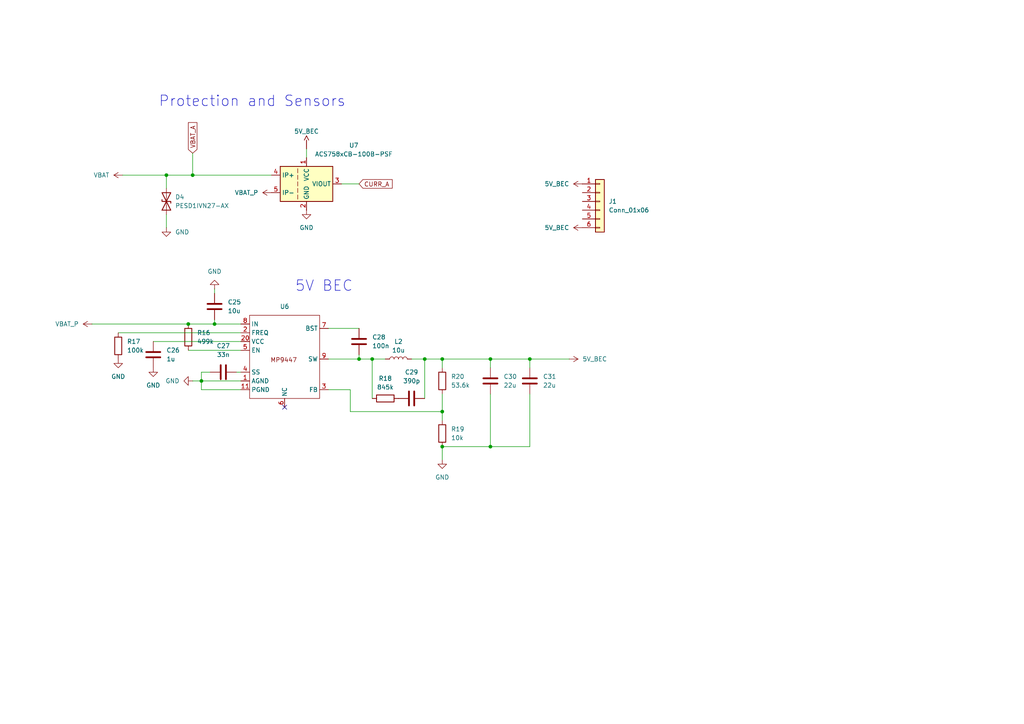
<source format=kicad_sch>
(kicad_sch (version 20250114) (generator "eeschema") (generator_version "9.0")
  (paper "A4")
  (lib_symbols
    (symbol "5V_BEC_1" (power) (pin_numbers (hide yes)) (in_bom no) (on_board no)
      (property "Value" "5V_BEC" (at 0 0 0))
      (symbol "5V_BEC_1_1_1"
        (pin power_in clock (at 0 0 90) (length 2.54) (name "~") (number "1"))
      )
    )
    (symbol "Connector_Generic:Conn_01x06" (pin_names (offset 1.016) (hide yes))
      (property "Reference" "J" (at 0 7.62 0))
      (property "Value" "Conn_01x06" (at 0 -10.16 0))
      (symbol "Conn_01x06_1_1"
        (rectangle (start -1.27 6.35) (end 1.27 -8.89) (stroke (width 0.254)) (fill (type background)))
        (rectangle (start -1.27 5.207) (end 0 4.953) (stroke (width 0.1524)))
        (rectangle (start -1.27 2.667) (end 0 2.413) (stroke (width 0.1524)))
        (rectangle (start -1.27 0.127) (end 0 -0.127) (stroke (width 0.1524)))
        (rectangle (start -1.27 -2.413) (end 0 -2.667) (stroke (width 0.1524)))
        (rectangle (start -1.27 -4.953) (end 0 -5.207) (stroke (width 0.1524)))
        (rectangle (start -1.27 -7.493) (end 0 -7.747) (stroke (width 0.1524)))
        (pin passive line (at -5.08 5.08 0) (length 3.81) (name "Pin_1") (number "1"))
        (pin passive line (at -5.08 2.54 0) (length 3.81) (name "Pin_2") (number "2"))
        (pin passive line (at -5.08 0 0) (length 3.81) (name "Pin_3") (number "3"))
        (pin passive line (at -5.08 -2.54 0) (length 3.81) (name "Pin_4") (number "4"))
        (pin passive line (at -5.08 -5.08 0) (length 3.81) (name "Pin_5") (number "5"))
        (pin passive line (at -5.08 -7.62 0) (length 3.81) (name "Pin_6") (number "6"))
      )
    )
    (symbol "Device:C" (pin_numbers (hide yes)) (pin_names (offset 0.254))
      (property "Reference" "C" (at 0.635 2.54 0))
      (property "Value" "C" (at 0.635 -2.54 0))
      (symbol "C_0_1"
        (polyline (pts (xy -2.032 0.762) (xy 2.032 0.762)) (stroke (width 0.508)))
        (polyline (pts (xy -2.032 -0.762) (xy 2.032 -0.762)) (stroke (width 0.508)))
      )
      (symbol "C_1_1"
        (pin passive line (at 0 3.81 270) (length 2.794) (name "~") (number "1"))
        (pin passive line (at 0 -3.81 90) (length 2.794) (name "~") (number "2"))
      )
    )
    (symbol "Device:D_TVS" (pin_numbers (hide yes)) (pin_names (offset 1.016) (hide yes))
      (property "Reference" "D" (at 0 2.54 0))
      (property "Value" "D_TVS" (at 0 -2.54 0))
      (symbol "D_TVS_0_1"
        (polyline (pts (xy -2.54 1.27) (xy -2.54 -1.27) (xy 2.54 1.27) (xy 2.54 -1.27) (xy -2.54 1.27)) (stroke (width 0.254)))
        (polyline (pts (xy 0.508 1.27) (xy 0 1.27) (xy 0 -1.27) (xy -0.508 -1.27)) (stroke (width 0.254)))
        (polyline (pts (xy 1.27 0) (xy -1.27 0)))
      )
      (symbol "D_TVS_1_1"
        (pin passive line (at -3.81 0 0) (length 2.54) (name "A1") (number "1"))
        (pin passive line (at 3.81 0 180) (length 2.54) (name "A2") (number "2"))
      )
    )
    (symbol "Device:L" (pin_numbers (hide yes)) (pin_names (offset 1.016) (hide yes))
      (property "Reference" "L" (at -1.27 0 90))
      (property "Value" "L" (at 1.905 0 90))
      (symbol "L_0_1"
        (arc (start 0 2.54) (mid 0.6323 1.905) (end 0 1.27))
        (arc (start 0 1.27) (mid 0.6323 0.635) (end 0 0))
        (arc (start 0 0) (mid 0.6323 -0.635) (end 0 -1.27))
        (arc (start 0 -1.27) (mid 0.6323 -1.905) (end 0 -2.54))
      )
      (symbol "L_1_1"
        (pin passive line (at 0 3.81 270) (length 1.27) (name "1") (number "1"))
        (pin passive line (at 0 -3.81 90) (length 1.27) (name "2") (number "2"))
      )
    )
    (symbol "Device:R" (pin_numbers (hide yes)) (pin_names (offset 0))
      (property "Reference" "R" (at 2.032 0 90))
      (property "Value" "R" (at 0 0 90))
      (symbol "R_0_1"
        (rectangle (start -1.016 -2.54) (end 1.016 2.54) (stroke (width 0.254)))
      )
      (symbol "R_1_1"
        (pin passive line (at 0 3.81 270) (length 1.27) (name "~") (number "1"))
        (pin passive line (at 0 -3.81 90) (length 1.27) (name "~") (number "2"))
      )
    )
    (symbol "Sensor_Current:ACS758xCB-100B-PSF"
      (property "Reference" "U" (at -7.62 6.35 0))
      (property "Value" "ACS758xCB-100B-PSF" (at 2.54 6.35 0))
      (symbol "ACS758xCB-100B-PSF_0_1"
        (rectangle (start -7.62 5.08) (end 7.62 -5.08) (stroke (width 0.254)) (fill (type background)))
        (polyline (pts (xy -2.54 3.175) (xy -2.54 4.445)))
        (polyline (pts (xy -2.54 1.27) (xy -2.54 2.54)))
        (polyline (pts (xy -2.54 0.635) (xy -2.54 -0.635)))
        (polyline (pts (xy -2.54 -1.27) (xy -2.54 -2.54)))
        (polyline (pts (xy -2.54 -3.175) (xy -2.54 -4.445)))
      )
      (symbol "ACS758xCB-100B-PSF_1_1"
        (pin passive line (at -10.16 2.54 0) (length 2.54) (name "IP+") (number "4"))
        (pin passive line (at -10.16 -2.54 0) (length 2.54) (name "IP-") (number "5"))
        (pin power_in line (at 0 7.62 270) (length 2.54) (name "VCC") (number "1"))
        (pin power_in line (at 0 -7.62 90) (length 2.54) (name "GND") (number "2"))
        (pin output line (at 10.16 0 180) (length 2.54) (name "VIOUT") (number "3"))
      )
    )
    (symbol "power:5V_BEC" (power) (pin_numbers (hide yes)) (pin_names (offset 0) (hide yes))
      (property "Value" "5V_BEC" (at 0 3.556 0))
      (symbol "5V_BEC_0_1"
        (polyline (pts (xy -0.762 1.27) (xy 0 2.54)))
        (polyline (pts (xy 0 2.54) (xy 0.762 1.27)))
        (polyline (pts (xy 0 0) (xy 0 2.54)))
      )
      (symbol "5V_BEC_1_1"
        (pin power_in line (at 0 0 90) (length 0) (name "~") (number "1"))
      )
    )
    (symbol "power:GND" (power) (pin_numbers (hide yes)) (pin_names (offset 0) (hide yes))
      (property "Value" "GND" (at 0 -3.81 0))
      (symbol "GND_0_1"
        (polyline (pts (xy 0 0) (xy 0 -1.27) (xy 1.27 -1.27) (xy 0 -2.54) (xy -1.27 -1.27) (xy 0 -1.27)))
      )
      (symbol "GND_1_1"
        (pin power_in line (at 0 0 270) (length 0) (name "~") (number "1"))
      )
    )
    (symbol "power:MP9447"
      (symbol "MP9447_0_1"
        (rectangle (start -2.54 3.81) (end 17.78 -20.32))
      )
      (symbol "MP9447_1_1"
        (text "MP9447" (at 7.366 -9.144 0) (effects (font (size 1.27 1.27))))
        (pin input line (at -5.08 1.27 0) (length 2.54) (hide yes) (name "IN") (number "19"))
        (pin input line (at -5.08 1.27 0) (length 2.54) (hide yes) (name "IN") (number "21"))
        (pin input line (at -5.08 1.27 0) (length 2.54) (hide yes) (name "IN") (number "22"))
        (pin input line (at -5.08 1.27 0) (length 2.54) (hide yes) (name "IN") (number "23"))
        (pin input line (at -5.08 1.27 0) (length 2.54) (name "IN") (number "8"))
        (pin input line (at -5.08 -1.27 0) (length 2.54) (name "FREQ") (number "2"))
        (pin input line (at -5.08 -3.81 0) (length 2.54) (name "VCC") (number "20"))
        (pin input line (at -5.08 -6.35 0) (length 2.54) (name "EN") (number "5"))
        (pin output line (at -5.08 -12.7 0) (length 2.54) (name "SS") (number "4"))
        (pin power_in line (at -5.08 -15.24 0) (length 2.54) (name "AGND") (number "1"))
        (pin power_in line (at -5.08 -17.78 0) (length 2.54) (name "PGND") (number "11"))
        (pin power_in line (at -5.08 -17.78 0) (length 2.54) (hide yes) (name "PGND") (number "12"))
        (pin power_in line (at -5.08 -17.78 0) (length 2.54) (hide yes) (name "PGND") (number "13"))
        (pin power_in line (at -5.08 -17.78 0) (length 2.54) (hide yes) (name "PGND") (number "14"))
        (pin power_in line (at -5.08 -17.78 0) (length 2.54) (hide yes) (name "PGND") (number "15"))
        (pin power_in line (at -5.08 -17.78 0) (length 2.54) (hide yes) (name "PGND") (number "16"))
        (pin input line (at 7.62 -22.86 90) (length 2.54) (name "NC") (number "6"))
        (pin output line (at 20.32 0 180) (length 2.54) (name "BST") (number "7"))
        (pin output line (at 20.32 -8.89 180) (length 2.54) (hide yes) (name "SW") (number "10"))
        (pin output line (at 20.32 -8.89 180) (length 2.54) (hide yes) (name "SW") (number "17"))
        (pin output line (at 20.32 -8.89 180) (length 2.54) (hide yes) (name "SW") (number "18"))
        (pin output line (at 20.32 -8.89 180) (length 2.54) (hide yes) (name "SW") (number "24"))
        (pin output line (at 20.32 -8.89 180) (length 2.54) (hide yes) (name "SW") (number "25"))
        (pin output line (at 20.32 -8.89 180) (length 2.54) (name "SW") (number "9"))
        (pin input line (at 20.32 -17.78 180) (length 2.54) (name "FB") (number "3"))
      )
    )
    (symbol "power:VBAT" (power) (pin_numbers (hide yes)) (pin_names (offset 0) (hide yes))
      (property "Value" "VBAT" (at 0 3.556 0))
      (symbol "VBAT_0_1"
        (polyline (pts (xy -0.762 1.27) (xy 0 2.54)))
        (polyline (pts (xy 0 2.54) (xy 0.762 1.27)))
        (polyline (pts (xy 0 0) (xy 0 2.54)))
      )
      (symbol "VBAT_1_1"
        (pin power_in line (at 0 0 90) (length 0) (name "~") (number "1"))
      )
    )
    (symbol "power:VBAT_P" (power) (pin_numbers (hide yes)) (pin_names (offset 0) (hide yes))
      (property "Value" "VBAT_P" (at 0 3.556 0))
      (symbol "VBAT_P_0_1"
        (polyline (pts (xy -0.762 1.27) (xy 0 2.54)))
        (polyline (pts (xy 0 2.54) (xy 0.762 1.27)))
        (polyline (pts (xy 0 0) (xy 0 2.54)))
      )
      (symbol "VBAT_P_1_1"
        (pin power_in line (at 0 0 90) (length 0) (name "~") (number "1"))
      )
    )
  )
  (text "5V BEC" (at 93.98 83.058 0) (effects (font (size 3.048 3.048))))
  (text "Protection and Sensors" (at 73.152 29.464 0) (effects (font (size 3.048 3.048))))
  (junction (at 104.14 104.14))
  (junction (at 58.42 110.49))
  (junction (at 62.23 93.98))
  (junction (at 153.67 104.14))
  (junction (at 128.27 129.54))
  (junction (at 142.24 104.14))
  (junction (at 54.61 93.98))
  (junction (at 142.24 129.54))
  (junction (at 48.26 50.8))
  (junction (at 123.19 104.14))
  (junction (at 128.27 104.14))
  (junction (at 107.95 104.14))
  (junction (at 128.27 119.38))
  (junction (at 55.88 50.8))
  (no_connect (at 82.55 118.11))
  (wire (pts (xy 62.23 93.98) (xy 69.85 93.98)))
  (wire (pts (xy 62.23 92.71) (xy 62.23 93.98)))
  (wire (pts (xy 58.42 113.03) (xy 69.85 113.03)))
  (wire (pts (xy 142.24 114.3) (xy 142.24 129.54)))
  (wire (pts (xy 128.27 133.35) (xy 128.27 129.54)))
  (wire (pts (xy 104.14 104.14) (xy 107.95 104.14)))
  (wire (pts (xy 55.88 110.49) (xy 58.42 110.49)))
  (wire (pts (xy 58.42 113.03) (xy 58.42 110.49)))
  (wire (pts (xy 123.19 104.14) (xy 128.27 104.14)))
  (wire (pts (xy 101.6 113.03) (xy 101.6 119.38)))
  (wire (pts (xy 58.42 110.49) (xy 69.85 110.49)))
  (wire (pts (xy 128.27 114.3) (xy 128.27 119.38)))
  (wire (pts (xy 34.29 96.52) (xy 69.85 96.52)))
  (wire (pts (xy 153.67 129.54) (xy 142.24 129.54)))
  (wire (pts (xy 153.67 104.14) (xy 165.1 104.14)))
  (wire (pts (xy 48.26 62.23) (xy 48.26 66.04)))
  (wire (pts (xy 58.42 107.95) (xy 60.96 107.95)))
  (wire (pts (xy 54.61 101.6) (xy 69.85 101.6)))
  (wire (pts (xy 153.67 104.14) (xy 153.67 106.68)))
  (wire (pts (xy 58.42 107.95) (xy 58.42 110.49)))
  (wire (pts (xy 44.45 99.06) (xy 69.85 99.06)))
  (wire (pts (xy 107.95 104.14) (xy 111.76 104.14)))
  (wire (pts (xy 101.6 119.38) (xy 128.27 119.38)))
  (wire (pts (xy 54.61 93.98) (xy 62.23 93.98)))
  (wire (pts (xy 48.26 50.8) (xy 55.88 50.8)))
  (wire (pts (xy 88.9 43.18) (xy 88.9 45.72)))
  (wire (pts (xy 128.27 104.14) (xy 142.24 104.14)))
  (wire (pts (xy 123.19 104.14) (xy 123.19 115.57)))
  (wire (pts (xy 62.23 83.82) (xy 62.23 85.09)))
  (wire (pts (xy 26.67 93.98) (xy 54.61 93.98)))
  (wire (pts (xy 55.88 50.8) (xy 78.74 50.8)))
  (wire (pts (xy 123.19 104.14) (xy 119.38 104.14)))
  (wire (pts (xy 99.06 53.34) (xy 104.14 53.34)))
  (wire (pts (xy 35.56 50.8) (xy 48.26 50.8)))
  (wire (pts (xy 95.25 95.25) (xy 104.14 95.25)))
  (wire (pts (xy 142.24 104.14) (xy 142.24 106.68)))
  (wire (pts (xy 48.26 50.8) (xy 48.26 54.61)))
  (wire (pts (xy 95.25 104.14) (xy 104.14 104.14)))
  (wire (pts (xy 128.27 104.14) (xy 128.27 106.68)))
  (wire (pts (xy 128.27 119.38) (xy 128.27 121.92)))
  (wire (pts (xy 107.95 104.14) (xy 107.95 115.57)))
  (wire (pts (xy 95.25 113.03) (xy 101.6 113.03)))
  (wire (pts (xy 142.24 104.14) (xy 153.67 104.14)))
  (wire (pts (xy 142.24 129.54) (xy 128.27 129.54)))
  (wire (pts (xy 68.58 107.95) (xy 69.85 107.95)))
  (wire (pts (xy 153.67 114.3) (xy 153.67 129.54)))
  (wire (pts (xy 104.14 102.87) (xy 104.14 104.14)))
  (wire (pts (xy 55.88 44.45) (xy 55.88 50.8)))
  (global_label "VBAT_A" (shape input) (at 55.88 44.45 90) (property "Intersheetrefs" "${INTERSHEET_REFS}" (effects (hide yes))))
  (global_label "CURR_A" (shape input) (at 104.14 53.34 0) (property "Intersheetrefs" "${INTERSHEET_REFS}" (effects (hide yes))))
  (symbol (lib_id "Device:D_TVS") (at 48.26 58.42 90) (unit 1)
    (property "Reference" "D4" (at 50.8 57.1499 90) (effects (justify right)))
    (property "Value" "PESD1IVN27-AX" (at 50.8 59.6899 90) (effects (justify right)))
    (property "Footprint" "Diode_SMD:D_SOD-323F" (effects (hide yes)))
    (property "Description" "Bidirectional transient-voltage-suppression diode" (effects (hide yes)))
  )
  (symbol (lib_id "power:5V_BEC") (at 168.91 53.34 90) (unit 1)
    (property "Reference" "#PWR01" (effects (hide yes)))
    (property "Value" "5V_BEC" (at 165.1 53.3399 90) (effects (justify left)))
    (property "Description" "Power symbol creates a global label with name {dblquote}5V_BEC{dblquote}" (effects (hide yes)))
  )
  (symbol (lib_id "Device:R") (at 54.61 97.79 0) (unit 1)
    (property "Reference" "R16" (at 57.15 96.5199 0) (effects (justify left)))
    (property "Value" "499k" (at 57.15 99.0599 0) (effects (justify left)))
    (property "Footprint" "Resistor_SMD:R_0402_1005Metric" (effects (hide yes)))
    (property "Description" "Resistor" (effects (hide yes)))
  )
  (symbol (lib_id "Device:C") (at 44.45 102.87 0) (unit 1)
    (property "Reference" "C26" (at 48.26 101.5999 0) (effects (justify left)))
    (property "Value" "1u" (at 48.26 104.1399 0) (effects (justify left)))
    (property "Footprint" "Capacitor_SMD:C_0402_1005Metric" (effects (hide yes)))
    (property "Description" "Unpolarized capacitor" (effects (hide yes)))
  )
  (symbol (lib_id "Connector_Generic:Conn_01x06") (at 173.99 58.42 0) (unit 1)
    (property "Reference" "J1" (at 176.53 58.4199 0) (effects (justify left)))
    (property "Value" "Conn_01x06" (at 176.53 60.9599 0) (effects (justify left)))
    (property "Description" "Generic connector, single row, 01x06, script generated (kicad-library-utils/schlib/autogen/connector/)" (effects (hide yes)))
  )
  (symbol (lib_id "Device:C") (at 142.24 110.49 0) (unit 1)
    (property "Reference" "C30" (at 146.05 109.2199 0) (effects (justify left)))
    (property "Value" "22u" (at 146.05 111.7599 0) (effects (justify left)))
    (property "Footprint" "Capacitor_SMD:C_0805_2012Metric" (effects (hide yes)))
    (property "Description" "Unpolarized capacitor" (effects (hide yes)))
  )
  (symbol (lib_id "power:GND") (at 55.88 110.49 270) (unit 1)
    (property "Reference" "#PWR058" (effects (hide yes)))
    (property "Value" "GND" (at 52.07 110.4899 90) (effects (justify right)))
    (property "Description" "Power symbol creates a global label with name \"GND\" , ground" (effects (hide yes)))
  )
  (symbol (lib_id "Device:L") (at 115.57 104.14 90) (unit 1)
    (property "Reference" "L2" (at 115.57 99.06 90))
    (property "Value" "10u" (at 115.57 101.6 90))
    (property "Footprint" "Inductor_SMD:L_1008_2520Metric" (effects (hide yes)))
    (property "Description" "Inductor" (effects (hide yes)))
  )
  (symbol (lib_id "power:GND") (at 128.27 133.35 0) (unit 1)
    (property "Reference" "#PWR057" (effects (hide yes)))
    (property "Value" "GND" (at 128.27 138.43 0))
    (property "Description" "Power symbol creates a global label with name \"GND\" , ground" (effects (hide yes)))
  )
  (symbol (lib_id "Device:C") (at 119.38 115.57 270) (unit 1)
    (property "Reference" "C29" (at 119.38 107.95 90))
    (property "Value" "390p" (at 119.38 110.49 90))
    (property "Footprint" "Capacitor_SMD:C_0402_1005Metric" (effects (hide yes)))
    (property "Description" "Unpolarized capacitor" (effects (hide yes)))
  )
  (symbol (lib_id "power:GND") (at 48.26 66.04 0) (unit 1)
    (property "Reference" "#PWR062" (effects (hide yes)))
    (property "Value" "GND" (at 50.8 67.3099 0) (effects (justify left)))
    (property "Description" "Power symbol creates a global label with name \"GND\" , ground" (effects (hide yes)))
  )
  (symbol (lib_id "power:VBAT_P") (at 78.74 55.88 90) (unit 1)
    (property "Reference" "#PWR083" (effects (hide yes)))
    (property "Value" "VBAT_P" (at 74.93 55.8799 90) (effects (justify left)))
    (property "Description" "Power symbol creates a global label with name {dblquote}VBAT_P{dblquote}" (effects (hide yes)))
  )
  (symbol (lib_id "power:MP9447") (at 74.93 95.25 0) (unit 1)
    (property "Reference" "U6" (at 82.55 88.9 0))
    (property "Value" "MP9447" (effects (hide yes)))
    (property "Footprint" "power:QFN25_MP9447_MNP" (effects (hide yes)))
  )
  (symbol (lib_id "power:GND") (at 44.45 106.68 0) (unit 1)
    (property "Reference" "#PWR046" (effects (hide yes)))
    (property "Value" "GND" (at 44.45 111.76 0))
    (property "Description" "Power symbol creates a global label with name \"GND\" , ground" (effects (hide yes)))
  )
  (symbol (lib_id "power:VBAT_P") (at 26.67 93.98 90) (unit 1)
    (property "Reference" "#PWR081" (effects (hide yes)))
    (property "Value" "VBAT_P" (at 22.86 93.9799 90) (effects (justify left)))
    (property "Description" "Power symbol creates a global label with name {dblquote}VBAT_P{dblquote}" (effects (hide yes)))
  )
  (symbol (lib_id "power:GND") (at 88.9 60.96 0) (unit 1)
    (property "Reference" "#PWR064" (effects (hide yes)))
    (property "Value" "GND" (at 88.9 66.04 0))
    (property "Description" "Power symbol creates a global label with name \"GND\" , ground" (effects (hide yes)))
  )
  (symbol (lib_id "Device:R") (at 111.76 115.57 90) (unit 1)
    (property "Reference" "R18" (at 111.76 109.77 90))
    (property "Value" "845k" (at 111.76 112.31 90))
    (property "Footprint" "Resistor_SMD:R_0805_2012Metric" (effects (hide yes)))
    (property "Description" "Resistor" (effects (hide yes)))
  )
  (symbol (lib_id "Device:R") (at 128.27 110.49 0) (unit 1)
    (property "Reference" "R20" (at 130.81 109.2199 0) (effects (justify left)))
    (property "Value" "53.6k" (at 130.81 111.7599 0) (effects (justify left)))
    (property "Footprint" "Resistor_SMD:R_0402_1005Metric" (effects (hide yes)))
    (property "Description" "Resistor" (effects (hide yes)))
  )
  (symbol (lib_id "Sensor_Current:ACS758xCB-100B-PSF") (at 88.9 53.34 0) (unit 1)
    (property "Reference" "U7" (at 102.616 42.164 0))
    (property "Value" "ACS758xCB-100B-PSF" (at 102.616 44.704 0))
    (property "Footprint" "Sensor_Current:Allegro_CB_PSF" (effects (hide yes)))
    (property "Datasheet" "http://www.allegromicro.com/~/media/Files/Datasheets/ACS758-Datasheet.ashx?la=en" (effects (hide yes)))
    (property "Description" "±100A Bidirectional Hall-Effect Current Sensor, +5.0V supply, 20mV/A, CB-5 PSF" (effects (hide yes)))
  )
  (symbol (lib_name "5V_BEC_1") (lib_id "power:5V_BEC") (at 88.9 43.18 0) (unit 1) (in_bom no) (on_board no)
    (property "Reference" "#PWR071" (effects (hide yes)))
    (property "Value" "5V_BEC" (at 88.9 38.1 0))
  )
  (symbol (lib_id "power:5V_BEC") (at 168.91 66.04 90) (unit 1)
    (property "Reference" "#PWR02" (effects (hide yes)))
    (property "Value" "5V_BEC" (at 165.1 66.0399 90) (effects (justify left)))
    (property "Description" "Power symbol creates a global label with name {dblquote}5V_BEC{dblquote}" (effects (hide yes)))
  )
  (symbol (lib_id "Device:R") (at 34.29 100.33 0) (unit 1)
    (property "Reference" "R17" (at 36.83 99.0599 0) (effects (justify left)))
    (property "Value" "100k" (at 36.83 101.5999 0) (effects (justify left)))
    (property "Footprint" "Resistor_SMD:R_0402_1005Metric" (effects (hide yes)))
    (property "Description" "Resistor" (effects (hide yes)))
  )
  (symbol (lib_id "power:GND") (at 62.23 83.82 180) (unit 1)
    (property "Reference" "#PWR056" (effects (hide yes)))
    (property "Value" "GND" (at 62.23 78.74 0))
    (property "Description" "Power symbol creates a global label with name \"GND\" , ground" (effects (hide yes)))
  )
  (symbol (lib_id "Device:C") (at 62.23 88.9 0) (unit 1)
    (property "Reference" "C25" (at 66.04 87.6299 0) (effects (justify left)))
    (property "Value" "10u" (at 66.04 90.1699 0) (effects (justify left)))
    (property "Footprint" "Capacitor_SMD:C_0805_2012Metric" (effects (hide yes)))
    (property "Description" "Unpolarized capacitor" (effects (hide yes)))
  )
  (symbol (lib_id "Device:R") (at 128.27 125.73 0) (unit 1)
    (property "Reference" "R19" (at 130.81 124.4599 0) (effects (justify left)))
    (property "Value" "10k" (at 130.81 126.9999 0) (effects (justify left)))
    (property "Footprint" "Resistor_SMD:R_0402_1005Metric" (effects (hide yes)))
    (property "Description" "Resistor" (effects (hide yes)))
  )
  (symbol (lib_id "Device:C") (at 104.14 99.06 180) (unit 1)
    (property "Reference" "C28" (at 107.95 97.7899 0) (effects (justify right)))
    (property "Value" "100n" (at 107.95 100.3299 0) (effects (justify right)))
    (property "Footprint" "Capacitor_SMD:C_0402_1005Metric" (effects (hide yes)))
    (property "Description" "Unpolarized capacitor" (effects (hide yes)))
  )
  (symbol (lib_id "power:GND") (at 34.29 104.14 0) (unit 1)
    (property "Reference" "#PWR054" (effects (hide yes)))
    (property "Value" "GND" (at 34.29 109.22 0))
    (property "Description" "Power symbol creates a global label with name \"GND\" , ground" (effects (hide yes)))
  )
  (symbol (lib_id "power:VBAT") (at 35.56 50.8 90) (unit 1)
    (property "Reference" "#PWR082" (effects (hide yes)))
    (property "Value" "VBAT" (at 31.75 50.7999 90) (effects (justify left)))
    (property "Description" "Power symbol creates a global label with name {dblquote}VBAT{dblquote}" (effects (hide yes)))
  )
  (symbol (lib_id "Device:C") (at 153.67 110.49 0) (unit 1)
    (property "Reference" "C31" (at 157.48 109.2199 0) (effects (justify left)))
    (property "Value" "22u" (at 157.48 111.7599 0) (effects (justify left)))
    (property "Footprint" "Capacitor_SMD:C_0805_2012Metric" (effects (hide yes)))
    (property "Description" "Unpolarized capacitor" (effects (hide yes)))
  )
  (symbol (lib_id "power:5V_BEC") (at 165.1 104.14 270) (unit 1)
    (property "Reference" "#PWR070" (effects (hide yes)))
    (property "Value" "5V_BEC" (at 168.91 104.1399 90) (effects (justify left)))
    (property "Description" "Power symbol creates a global label with name {dblquote}5V_BEC{dblquote}" (effects (hide yes)))
  )
  (symbol (lib_id "Device:C") (at 64.77 107.95 90) (unit 1)
    (property "Reference" "C27" (at 64.77 100.33 90))
    (property "Value" "33n" (at 64.77 102.87 90))
    (property "Footprint" "Capacitor_SMD:C_0402_1005Metric" (effects (hide yes)))
    (property "Description" "Unpolarized capacitor" (effects (hide yes)))
  )
)
</source>
